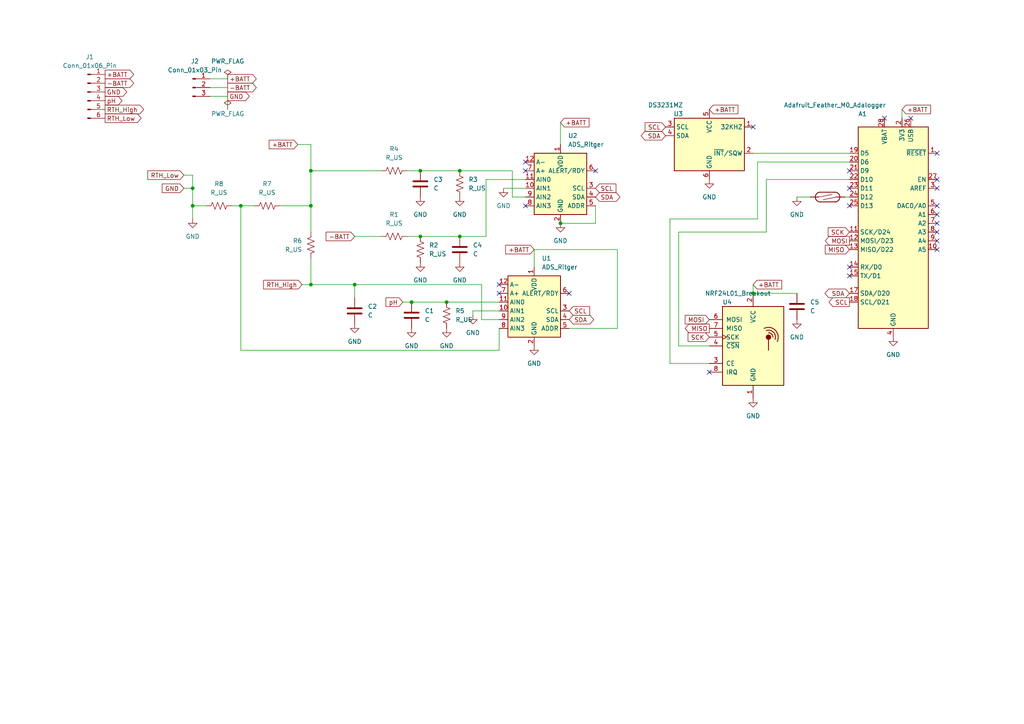
<source format=kicad_sch>
(kicad_sch (version 20230121) (generator eeschema)
  (paper "A4")
  (lib_symbols
    (symbol "Analog_ADC:ADS_Ritger"
      (property "Reference" "U" (at 2.54 13.97 0))
      (property "Value" "ADS_Ritger" (at 7.62 11.43 0))
      (symbol "ADS_Ritger_0_1"
        (rectangle (start -7.62 10.16) (end 7.62 -7.62) (stroke (width 0.254)) (fill (type background)))
      )
      (symbol "ADS_Ritger_1_1"
        (pin power_in line (at 0 12.7 270) (length 2.54) (name "VDD") (number "1"))
        (pin input line (at -10.16 0 0) (length 2.54) (name "AIN1") (number "10"))
        (pin input line (at -10.16 2.54 0) (length 2.54) (name "AIN0") (number "11"))
        (pin input line (at -10.16 7.62 0) (length 2.54) (name "A-") (number "12"))
        (pin power_in line (at 0 -10.16 90) (length 2.54) (name "GND") (number "2"))
        (pin input line (at 10.16 0 180) (length 2.54) (name "SCL") (number "3"))
        (pin bidirectional line (at 10.16 -2.54 180) (length 2.54) (name "SDA") (number "4"))
        (pin input line (at 10.16 -5.08 180) (length 2.54) (name "ADDR") (number "5"))
        (pin output line (at 10.16 5.08 180) (length 2.54) (name "ALERT/RDY") (number "6"))
        (pin input line (at -10.16 5.08 0) (length 2.54) (name "A+") (number "7"))
        (pin input line (at -10.16 -5.08 0) (length 2.54) (name "AIN3") (number "8"))
        (pin input line (at -10.16 -2.54 0) (length 2.54) (name "AIN2") (number "9"))
      )
    )
    (symbol "Connector:Conn_01x03_Pin" (pin_names (offset 1.016) hide)
      (property "Reference" "J" (at 0 5.08 0))
      (property "Value" "Conn_01x03_Pin" (at 0 -5.08 0))
      (symbol "Conn_01x03_Pin_1_1"
        (polyline (pts (xy 1.27 -2.54) (xy 0.8636 -2.54)) (stroke (width 0.1524)))
        (polyline (pts (xy 1.27 0) (xy 0.8636 0)) (stroke (width 0.1524)))
        (polyline (pts (xy 1.27 2.54) (xy 0.8636 2.54)) (stroke (width 0.1524)))
        (rectangle (start 0.8636 -2.413) (end 0 -2.667) (stroke (width 0.1524)) (fill (type outline)))
        (rectangle (start 0.8636 0.127) (end 0 -0.127) (stroke (width 0.1524)) (fill (type outline)))
        (rectangle (start 0.8636 2.667) (end 0 2.413) (stroke (width 0.1524)) (fill (type outline)))
        (pin passive line (at 5.08 2.54 180) (length 3.81) (name "Pin_1") (number "1"))
        (pin passive line (at 5.08 0 180) (length 3.81) (name "Pin_2") (number "2"))
        (pin passive line (at 5.08 -2.54 180) (length 3.81) (name "Pin_3") (number "3"))
      )
    )
    (symbol "Connector:Conn_01x06_Pin" (pin_names (offset 1.016) hide)
      (property "Reference" "J" (at 0 7.62 0))
      (property "Value" "Conn_01x06_Pin" (at 0 -10.16 0))
      (symbol "Conn_01x06_Pin_1_1"
        (polyline (pts (xy 1.27 -7.62) (xy 0.8636 -7.62)) (stroke (width 0.1524)))
        (polyline (pts (xy 1.27 -5.08) (xy 0.8636 -5.08)) (stroke (width 0.1524)))
        (polyline (pts (xy 1.27 -2.54) (xy 0.8636 -2.54)) (stroke (width 0.1524)))
        (polyline (pts (xy 1.27 0) (xy 0.8636 0)) (stroke (width 0.1524)))
        (polyline (pts (xy 1.27 2.54) (xy 0.8636 2.54)) (stroke (width 0.1524)))
        (polyline (pts (xy 1.27 5.08) (xy 0.8636 5.08)) (stroke (width 0.1524)))
        (rectangle (start 0.8636 -7.493) (end 0 -7.747) (stroke (width 0.1524)) (fill (type outline)))
        (rectangle (start 0.8636 -4.953) (end 0 -5.207) (stroke (width 0.1524)) (fill (type outline)))
        (rectangle (start 0.8636 -2.413) (end 0 -2.667) (stroke (width 0.1524)) (fill (type outline)))
        (rectangle (start 0.8636 0.127) (end 0 -0.127) (stroke (width 0.1524)) (fill (type outline)))
        (rectangle (start 0.8636 2.667) (end 0 2.413) (stroke (width 0.1524)) (fill (type outline)))
        (rectangle (start 0.8636 5.207) (end 0 4.953) (stroke (width 0.1524)) (fill (type outline)))
        (pin passive line (at 5.08 5.08 180) (length 3.81) (name "Pin_1") (number "1"))
        (pin passive line (at 5.08 2.54 180) (length 3.81) (name "Pin_2") (number "2"))
        (pin passive line (at 5.08 0 180) (length 3.81) (name "Pin_3") (number "3"))
        (pin passive line (at 5.08 -2.54 180) (length 3.81) (name "Pin_4") (number "4"))
        (pin passive line (at 5.08 -5.08 180) (length 3.81) (name "Pin_5") (number "5"))
        (pin passive line (at 5.08 -7.62 180) (length 3.81) (name "Pin_6") (number "6"))
      )
    )
    (symbol "Device:C" (pin_numbers hide) (pin_names (offset 0.254))
      (property "Reference" "C" (at 0.635 2.54 0))
      (property "Value" "C" (at 0.635 -2.54 0))
      (symbol "C_0_1"
        (polyline (pts (xy -2.032 -0.762) (xy 2.032 -0.762)) (stroke (width 0.508)))
        (polyline (pts (xy -2.032 0.762) (xy 2.032 0.762)) (stroke (width 0.508)))
      )
      (symbol "C_1_1"
        (pin passive line (at 0 3.81 270) (length 2.794) (name "~") (number "1"))
        (pin passive line (at 0 -3.81 90) (length 2.794) (name "~") (number "2"))
      )
    )
    (symbol "Device:R_US" (pin_numbers hide) (pin_names (offset 0))
      (property "Reference" "R" (at 2.54 0 90))
      (property "Value" "R_US" (at -2.54 0 90))
      (symbol "R_US_0_1"
        (polyline (pts (xy 0 -2.286) (xy 0 -2.54)))
        (polyline (pts (xy 0 2.286) (xy 0 2.54)))
        (polyline (pts (xy 0 -0.762) (xy 1.016 -1.143) (xy 0 -1.524) (xy -1.016 -1.905) (xy 0 -2.286)))
        (polyline (pts (xy 0 0.762) (xy 1.016 0.381) (xy 0 0) (xy -1.016 -0.381) (xy 0 -0.762)))
        (polyline (pts (xy 0 2.286) (xy 1.016 1.905) (xy 0 1.524) (xy -1.016 1.143) (xy 0 0.762)))
      )
      (symbol "R_US_1_1"
        (pin passive line (at 0 3.81 270) (length 1.27) (name "~") (number "1"))
        (pin passive line (at 0 -3.81 90) (length 1.27) (name "~") (number "2"))
      )
    )
    (symbol "MCU_Module:Adafruit_Feather_M0_Adalogger"
      (property "Reference" "A" (at -10.16 29.21 0))
      (property "Value" "Adafruit_Feather_M0_Adalogger" (at 2.54 -31.75 0))
      (symbol "Adafruit_Feather_M0_Adalogger_0_1"
        (rectangle (start -10.16 27.94) (end 10.16 -30.48) (stroke (width 0.254)) (fill (type background)))
      )
      (symbol "Adafruit_Feather_M0_Adalogger_1_1"
        (pin input line (at 12.7 20.32 180) (length 2.54) (name "~{RESET}") (number "1"))
        (pin bidirectional line (at 12.7 -7.62 180) (length 2.54) (name "A5") (number "10"))
        (pin bidirectional line (at -12.7 -2.54 0) (length 2.54) (name "SCK/D24") (number "11"))
        (pin bidirectional line (at -12.7 -5.08 0) (length 2.54) (name "MOSI/D23") (number "12"))
        (pin bidirectional line (at -12.7 -7.62 0) (length 2.54) (name "MISO/D22") (number "13"))
        (pin bidirectional line (at -12.7 -12.7 0) (length 2.54) (name "RX/D0") (number "14"))
        (pin bidirectional line (at -12.7 -15.24 0) (length 2.54) (name "TX/D1") (number "15"))
        (pin passive line (at 0 -33.02 90) (length 2.54) hide (name "GND") (number "16"))
        (pin bidirectional line (at -12.7 -20.32 0) (length 2.54) (name "SDA/D20") (number "17"))
        (pin bidirectional line (at -12.7 -22.86 0) (length 2.54) (name "SCL/D21") (number "18"))
        (pin bidirectional line (at -12.7 20.32 0) (length 2.54) (name "D5") (number "19"))
        (pin power_in line (at 2.54 30.48 270) (length 2.54) (name "3V3") (number "2"))
        (pin bidirectional line (at -12.7 17.78 0) (length 2.54) (name "D6") (number "20"))
        (pin bidirectional line (at -12.7 15.24 0) (length 2.54) (name "D9") (number "21"))
        (pin bidirectional line (at -12.7 12.7 0) (length 2.54) (name "D10") (number "22"))
        (pin bidirectional line (at -12.7 10.16 0) (length 2.54) (name "D11") (number "23"))
        (pin bidirectional line (at -12.7 7.62 0) (length 2.54) (name "D12") (number "24"))
        (pin bidirectional line (at -12.7 5.08 0) (length 2.54) (name "D13") (number "25"))
        (pin power_in line (at 5.08 30.48 270) (length 2.54) (name "USB") (number "26"))
        (pin input line (at 12.7 12.7 180) (length 2.54) (name "EN") (number "27"))
        (pin power_in line (at -2.54 30.48 270) (length 2.54) (name "VBAT") (number "28"))
        (pin input line (at 12.7 10.16 180) (length 2.54) (name "AREF") (number "3"))
        (pin power_in line (at 0 -33.02 90) (length 2.54) (name "GND") (number "4"))
        (pin bidirectional line (at 12.7 5.08 180) (length 2.54) (name "DAC0/A0") (number "5"))
        (pin bidirectional line (at 12.7 2.54 180) (length 2.54) (name "A1") (number "6"))
        (pin bidirectional line (at 12.7 0 180) (length 2.54) (name "A2") (number "7"))
        (pin bidirectional line (at 12.7 -2.54 180) (length 2.54) (name "A3") (number "8"))
        (pin bidirectional line (at 12.7 -5.08 180) (length 2.54) (name "A4") (number "9"))
      )
    )
    (symbol "RF:NRF24L01_Breakout" (pin_names (offset 1.016))
      (property "Reference" "U" (at -8.89 12.7 0))
      (property "Value" "NRF24L01_Breakout" (at 3.81 12.7 0))
      (symbol "NRF24L01_Breakout_0_1"
        (rectangle (start -8.89 11.43) (end 8.89 -11.43) (stroke (width 0.254)) (fill (type background)))
        (polyline (pts (xy 4.445 1.905) (xy 4.445 -1.27)) (stroke (width 0.254)))
        (circle (center 4.445 2.54) (radius 0.635) (stroke (width 0.254)) (fill (type outline)))
        (arc (start 5.715 2.54) (mid 5.3521 3.4546) (end 4.445 3.81) (stroke (width 0.254)))
        (arc (start 6.35 1.905) (mid 5.8763 3.9854) (end 3.81 4.445) (stroke (width 0.254)))
        (arc (start 6.985 1.27) (mid 6.453 4.548) (end 3.175 5.08) (stroke (width 0.254)))
      )
      (symbol "NRF24L01_Breakout_1_1"
        (pin power_in line (at 0 -15.24 90) (length 3.81) (name "GND") (number "1"))
        (pin power_in line (at 0 15.24 270) (length 3.81) (name "VCC") (number "2"))
        (pin input line (at -12.7 -5.08 0) (length 3.81) (name "CE") (number "3"))
        (pin input line (at -12.7 0 0) (length 3.81) (name "~{CSN}") (number "4"))
        (pin input clock (at -12.7 2.54 0) (length 3.81) (name "SCK") (number "5"))
        (pin input line (at -12.7 7.62 0) (length 3.81) (name "MOSI") (number "6"))
        (pin output line (at -12.7 5.08 0) (length 3.81) (name "MISO") (number "7"))
        (pin output line (at -12.7 -7.62 0) (length 3.81) (name "IRQ") (number "8"))
      )
    )
    (symbol "Switch:SW_Reed" (pin_numbers hide) (pin_names (offset 0) hide)
      (property "Reference" "SW" (at 0 2.54 0))
      (property "Value" "SW_Reed" (at 0 -2.54 0))
      (symbol "SW_Reed_0_0"
        (arc (start -2.159 1.397) (mid -3.55 0) (end -2.159 -1.397) (stroke (width 0.254)))
        (polyline (pts (xy -2.54 0) (xy 1.27 0.762)))
        (polyline (pts (xy -2.159 -1.397) (xy 2.286 -1.397)) (stroke (width 0.254)))
        (polyline (pts (xy 2.159 1.397) (xy -2.159 1.397)) (stroke (width 0.254)))
        (polyline (pts (xy 2.54 0) (xy -1.27 -0.762)))
        (arc (start 2.159 -1.397) (mid 3.55 0) (end 2.159 1.397) (stroke (width 0.254)))
      )
      (symbol "SW_Reed_1_1"
        (pin passive line (at -5.08 0 0) (length 2.54) (name "1") (number "1"))
        (pin passive line (at 5.08 0 180) (length 2.54) (name "2") (number "2"))
      )
    )
    (symbol "Timer_RTC:DS3231MZ"
      (property "Reference" "U" (at -7.62 8.89 0))
      (property "Value" "DS3231MZ" (at 11.43 8.89 0))
      (symbol "DS3231MZ_0_1"
        (rectangle (start -10.16 7.62) (end 10.16 -7.62) (stroke (width 0.254)) (fill (type background)))
      )
      (symbol "DS3231MZ_1_1"
        (pin open_collector line (at 12.7 5.08 180) (length 2.54) (name "32KHZ") (number "1"))
        (pin open_collector line (at 12.7 -2.54 180) (length 2.54) (name "~{INT}/SQW") (number "2"))
        (pin input line (at -12.7 5.08 0) (length 2.54) (name "SCL") (number "3"))
        (pin bidirectional line (at -12.7 2.54 0) (length 2.54) (name "SDA") (number "4"))
        (pin power_in line (at 0 10.16 270) (length 2.54) (name "VCC") (number "5"))
        (pin power_in line (at 0 -10.16 90) (length 2.54) (name "GND") (number "6"))
      )
    )
    (symbol "power:GND" (power) (pin_names (offset 0))
      (property "Value" "GND" (at 0 -3.81 0))
      (symbol "GND_0_1"
        (polyline (pts (xy 0 0) (xy 0 -1.27) (xy 1.27 -1.27) (xy 0 -2.54) (xy -1.27 -1.27) (xy 0 -1.27)))
      )
      (symbol "GND_1_1"
        (pin power_in line (at 0 0 270) (length 0) hide (name "GND") (number "1"))
      )
    )
    (symbol "power:PWR_FLAG" (power) (pin_numbers hide) (pin_names (offset 0) hide)
      (property "Value" "PWR_FLAG" (at 0 3.81 0))
      (symbol "PWR_FLAG_0_0"
        (pin power_out line (at 0 0 90) (length 0) (name "pwr") (number "1"))
      )
      (symbol "PWR_FLAG_0_1"
        (polyline (pts (xy 0 0) (xy 0 1.27) (xy -1.016 1.905) (xy 0 2.54) (xy 1.016 1.905) (xy 0 1.27)))
      )
    )
  )
  (junction (at 102.87 82.55))
  (junction (at 121.92 68.58))
  (junction (at 55.88 59.69))
  (junction (at 55.88 54.61))
  (junction (at 90.17 82.55))
  (junction (at 119.38 87.63))
  (junction (at 69.85 59.69))
  (junction (at 133.35 49.53))
  (junction (at 133.35 68.58))
  (junction (at 90.17 59.69))
  (junction (at 162.56 64.77))
  (junction (at 129.54 87.63))
  (junction (at 90.17 49.53))
  (junction (at 121.92 49.53))
  (junction (at 218.44 85.09))
  (no_connect (at 165.1 85.09))
  (no_connect (at 271.78 52.07))
  (no_connect (at 144.78 82.55))
  (no_connect (at 205.74 107.95))
  (no_connect (at 246.38 54.61))
  (no_connect (at 271.78 59.69))
  (no_connect (at 152.4 59.69))
  (no_connect (at 152.4 46.99))
  (no_connect (at 264.16 34.29))
  (no_connect (at 271.78 54.61))
  (no_connect (at 218.44 36.83))
  (no_connect (at 271.78 44.45))
  (no_connect (at 271.78 62.23))
  (no_connect (at 271.78 72.39))
  (no_connect (at 246.38 80.01))
  (no_connect (at 271.78 69.85))
  (no_connect (at 172.72 49.53))
  (no_connect (at 152.4 49.53))
  (no_connect (at 246.38 77.47))
  (no_connect (at 246.38 49.53))
  (no_connect (at 271.78 67.31))
  (no_connect (at 271.78 64.77))
  (no_connect (at 256.54 34.29))
  (no_connect (at 246.38 59.69))
  (no_connect (at 144.78 85.09))
  (wire (pts (xy 219.71 46.99) (xy 219.71 63.5)))
  (wire (pts (xy 162.56 64.77) (xy 172.72 64.77)))
  (wire (pts (xy 116.84 87.63) (xy 119.38 87.63)))
  (wire (pts (xy 69.85 59.69) (xy 73.66 59.69)))
  (wire (pts (xy 55.88 50.8) (xy 55.88 54.61)))
  (wire (pts (xy 121.92 49.53) (xy 133.35 49.53)))
  (wire (pts (xy 90.17 41.91) (xy 90.17 49.53)))
  (wire (pts (xy 219.71 46.99) (xy 246.38 46.99)))
  (wire (pts (xy 90.17 59.69) (xy 90.17 49.53)))
  (wire (pts (xy 179.07 95.25) (xy 165.1 95.25)))
  (wire (pts (xy 66.04 27.94) (xy 60.96 27.94)))
  (wire (pts (xy 218.44 85.09) (xy 231.14 85.09)))
  (wire (pts (xy 139.7 92.71) (xy 139.7 82.55)))
  (wire (pts (xy 53.34 50.8) (xy 55.88 50.8)))
  (wire (pts (xy 66.04 27.94) (xy 66.04 31.75)))
  (wire (pts (xy 218.44 82.55) (xy 218.44 85.09)))
  (wire (pts (xy 67.31 59.69) (xy 69.85 59.69)))
  (wire (pts (xy 137.16 90.17) (xy 144.78 90.17)))
  (wire (pts (xy 140.97 52.07) (xy 152.4 52.07)))
  (wire (pts (xy 246.38 44.45) (xy 218.44 44.45)))
  (wire (pts (xy 148.59 49.53) (xy 148.59 57.15)))
  (wire (pts (xy 137.16 90.17) (xy 137.16 91.44)))
  (wire (pts (xy 86.36 41.91) (xy 90.17 41.91)))
  (wire (pts (xy 194.31 63.5) (xy 194.31 105.41)))
  (wire (pts (xy 55.88 59.69) (xy 59.69 59.69)))
  (wire (pts (xy 179.07 95.25) (xy 179.07 72.39)))
  (wire (pts (xy 118.11 49.53) (xy 121.92 49.53)))
  (wire (pts (xy 102.87 82.55) (xy 102.87 86.36)))
  (wire (pts (xy 148.59 57.15) (xy 152.4 57.15)))
  (wire (pts (xy 55.88 63.5) (xy 55.88 59.69)))
  (wire (pts (xy 66.04 22.86) (xy 60.96 22.86)))
  (wire (pts (xy 146.05 54.61) (xy 152.4 54.61)))
  (wire (pts (xy 139.7 92.71) (xy 144.78 92.71)))
  (wire (pts (xy 144.78 101.6) (xy 144.78 95.25)))
  (wire (pts (xy 144.78 101.6) (xy 69.85 101.6)))
  (wire (pts (xy 222.25 67.31) (xy 196.85 67.31)))
  (wire (pts (xy 119.38 87.63) (xy 129.54 87.63)))
  (wire (pts (xy 133.35 68.58) (xy 140.97 68.58)))
  (wire (pts (xy 55.88 54.61) (xy 55.88 59.69)))
  (wire (pts (xy 154.94 72.39) (xy 154.94 77.47)))
  (wire (pts (xy 196.85 100.33) (xy 205.74 100.33)))
  (wire (pts (xy 90.17 74.93) (xy 90.17 82.55)))
  (wire (pts (xy 90.17 49.53) (xy 110.49 49.53)))
  (wire (pts (xy 69.85 59.69) (xy 69.85 101.6)))
  (wire (pts (xy 172.72 59.69) (xy 172.72 64.77)))
  (wire (pts (xy 102.87 68.58) (xy 110.49 68.58)))
  (wire (pts (xy 90.17 67.31) (xy 90.17 59.69)))
  (wire (pts (xy 231.14 57.15) (xy 234.95 57.15)))
  (wire (pts (xy 121.92 68.58) (xy 133.35 68.58)))
  (wire (pts (xy 245.11 57.15) (xy 246.38 57.15)))
  (wire (pts (xy 162.56 35.56) (xy 162.56 41.91)))
  (wire (pts (xy 219.71 63.5) (xy 194.31 63.5)))
  (wire (pts (xy 129.54 87.63) (xy 144.78 87.63)))
  (wire (pts (xy 261.62 31.75) (xy 261.62 34.29)))
  (wire (pts (xy 222.25 52.07) (xy 222.25 67.31)))
  (wire (pts (xy 246.38 52.07) (xy 222.25 52.07)))
  (wire (pts (xy 53.34 54.61) (xy 55.88 54.61)))
  (wire (pts (xy 196.85 67.31) (xy 196.85 100.33)))
  (wire (pts (xy 60.96 25.4) (xy 66.04 25.4)))
  (wire (pts (xy 179.07 72.39) (xy 154.94 72.39)))
  (wire (pts (xy 102.87 82.55) (xy 139.7 82.55)))
  (wire (pts (xy 81.28 59.69) (xy 90.17 59.69)))
  (wire (pts (xy 118.11 68.58) (xy 121.92 68.58)))
  (wire (pts (xy 194.31 105.41) (xy 205.74 105.41)))
  (wire (pts (xy 133.35 49.53) (xy 148.59 49.53)))
  (wire (pts (xy 87.63 82.55) (xy 90.17 82.55)))
  (wire (pts (xy 90.17 82.55) (xy 102.87 82.55)))
  (wire (pts (xy 140.97 68.58) (xy 140.97 52.07)))
  (global_label "SDA" (shape bidirectional) (at 246.38 85.09 180) (property "Intersheetrefs" "${INTERSHEET_REFS}" (effects hide)))
  (global_label "SCK" (shape input) (at 246.38 67.31 180) (property "Intersheetrefs" "${INTERSHEET_REFS}" (effects hide)))
  (global_label "+BATT" (shape input) (at 218.44 82.55 0) (property "Intersheetrefs" "${INTERSHEET_REFS}" (effects hide)))
  (global_label "-BATT" (shape output) (at 66.04 25.4 0) (property "Intersheetrefs" "${INTERSHEET_REFS}" (effects hide)))
  (global_label "RTH_Low" (shape input) (at 53.34 50.8 180) (property "Intersheetrefs" "${INTERSHEET_REFS}" (effects hide)))
  (global_label "+BATT" (shape output) (at 66.04 22.86 0) (property "Intersheetrefs" "${INTERSHEET_REFS}" (effects hide)))
  (global_label "SCL" (shape input) (at 193.04 36.83 180) (property "Intersheetrefs" "${INTERSHEET_REFS}" (effects hide)))
  (global_label "-BATT" (shape output) (at 30.48 24.13 0) (property "Intersheetrefs" "${INTERSHEET_REFS}" (effects hide)))
  (global_label "MISO" (shape output) (at 205.74 95.25 180) (property "Intersheetrefs" "${INTERSHEET_REFS}" (effects hide)))
  (global_label "+BATT" (shape input) (at 261.62 31.75 0) (property "Intersheetrefs" "${INTERSHEET_REFS}" (effects hide)))
  (global_label "+BATT" (shape input) (at 154.94 72.39 180) (property "Intersheetrefs" "${INTERSHEET_REFS}" (effects hide)))
  (global_label "-BATT" (shape input) (at 102.87 68.58 180) (property "Intersheetrefs" "${INTERSHEET_REFS}" (effects hide)))
  (global_label "MOSI" (shape output) (at 246.38 69.85 180) (property "Intersheetrefs" "${INTERSHEET_REFS}" (effects hide)))
  (global_label "SCL" (shape input) (at 172.72 54.61 0) (property "Intersheetrefs" "${INTERSHEET_REFS}" (effects hide)))
  (global_label "SCL" (shape output) (at 246.38 87.63 180) (property "Intersheetrefs" "${INTERSHEET_REFS}" (effects hide)))
  (global_label "SDA" (shape bidirectional) (at 172.72 57.15 0) (property "Intersheetrefs" "${INTERSHEET_REFS}" (effects hide)))
  (global_label "SCK" (shape input) (at 205.74 97.79 180) (property "Intersheetrefs" "${INTERSHEET_REFS}" (effects hide)))
  (global_label "pH" (shape output) (at 30.48 29.21 0) (property "Intersheetrefs" "${INTERSHEET_REFS}" (effects hide)))
  (global_label "RTH_High" (shape input) (at 87.63 82.55 180) (property "Intersheetrefs" "${INTERSHEET_REFS}" (effects hide)))
  (global_label "+BATT" (shape input) (at 205.74 31.75 0) (property "Intersheetrefs" "${INTERSHEET_REFS}" (effects hide)))
  (global_label "GND" (shape input) (at 53.34 54.61 180) (property "Intersheetrefs" "${INTERSHEET_REFS}" (effects hide)))
  (global_label "SCL" (shape input) (at 165.1 90.17 0) (property "Intersheetrefs" "${INTERSHEET_REFS}" (effects hide)))
  (global_label "GND" (shape output) (at 30.48 26.67 0) (property "Intersheetrefs" "${INTERSHEET_REFS}" (effects hide)))
  (global_label "RTH_High" (shape output) (at 30.48 31.75 0) (property "Intersheetrefs" "${INTERSHEET_REFS}" (effects hide)))
  (global_label "SDA" (shape bidirectional) (at 193.04 39.37 180) (property "Intersheetrefs" "${INTERSHEET_REFS}" (effects hide)))
  (global_label "GND" (shape output) (at 66.04 27.94 0) (property "Intersheetrefs" "${INTERSHEET_REFS}" (effects hide)))
  (global_label "+BATT" (shape input) (at 86.36 41.91 180) (property "Intersheetrefs" "${INTERSHEET_REFS}" (effects hide)))
  (global_label "MOSI" (shape input) (at 205.74 92.71 180) (property "Intersheetrefs" "${INTERSHEET_REFS}" (effects hide)))
  (global_label "+BATT" (shape output) (at 30.48 21.59 0) (property "Intersheetrefs" "${INTERSHEET_REFS}" (effects hide)))
  (global_label "+BATT" (shape input) (at 162.56 35.56 0) (property "Intersheetrefs" "${INTERSHEET_REFS}" (effects hide)))
  (global_label "MISO" (shape input) (at 246.38 72.39 180) (property "Intersheetrefs" "${INTERSHEET_REFS}" (effects hide)))
  (global_label "pH" (shape input) (at 116.84 87.63 180) (property "Intersheetrefs" "${INTERSHEET_REFS}" (effects hide)))
  (global_label "RTH_Low" (shape output) (at 30.48 34.29 0) (property "Intersheetrefs" "${INTERSHEET_REFS}" (effects hide)))
  (global_label "SDA" (shape bidirectional) (at 165.1 92.71 0) (property "Intersheetrefs" "${INTERSHEET_REFS}" (effects hide)))
  (symbol (lib_id "Timer_RTC:DS3231MZ") (at 205.74 41.91 0) (unit 1)
    (property "Reference" "U3" (at 198.12 33.02 0) (effects (justify right)))
    (property "Value" "DS3231MZ" (at 198.12 30.48 0) (effects (justify right)))
    (property "Footprint" "Library:DS3231RTC_amelia" (effects hide))
    (property "Datasheet" "http://datasheets.maximintegrated.com/en/ds/DS3231M.pdf" (effects hide))
  )
  (symbol (lib_id "power:GND") (at 129.54 95.25 0) (unit 1)
    (property "Reference" "#PWR08" (effects hide))
    (property "Value" "GND" (at 129.54 100.33 0))
  )
  (symbol (lib_id "Device:R_US") (at 129.54 91.44 0) (unit 1)
    (property "Reference" "R5" (at 132.08 90.17 0) (effects (justify left)))
    (property "Value" "R_US" (at 132.08 92.71 0) (effects (justify left)))
    (property "Footprint" "Resistor_SMD:R_0603_1608Metric_Pad0.98x0.95mm_HandSolder" (effects hide))
  )
  (symbol (lib_id "Analog_ADC:ADS_Ritger") (at 154.94 90.17 0) (unit 1)
    (property "Reference" "U1" (at 157.1341 74.93 0) (effects (justify left)))
    (property "Value" "ADS_Ritger" (at 157.1341 77.47 0) (effects (justify left)))
    (property "Footprint" "Library:ADC_amelia_nomount" (effects hide))
    (property "Datasheet" "http://www.ti.com/lit/ds/symlink/ads1015.pdf" (effects hide))
  )
  (symbol (lib_id "Device:C") (at 119.38 91.44 0) (unit 1)
    (property "Reference" "C1" (at 123.19 90.17 0) (effects (justify left)))
    (property "Value" "C" (at 123.19 92.71 0) (effects (justify left)))
    (property "Footprint" "Capacitor_SMD:C_1206_3216Metric_Pad1.33x1.80mm_HandSolder" (effects hide))
  )
  (symbol (lib_id "power:GND") (at 119.38 95.25 0) (unit 1)
    (property "Reference" "#PWR09" (effects hide))
    (property "Value" "GND" (at 119.38 100.33 0))
  )
  (symbol (lib_id "Device:C") (at 231.14 88.9 0) (unit 1)
    (property "Reference" "C5" (at 234.95 87.63 0) (effects (justify left)))
    (property "Value" "C" (at 234.95 90.17 0) (effects (justify left)))
    (property "Footprint" "Capacitor_SMD:C_1206_3216Metric_Pad1.33x1.80mm_HandSolder" (effects hide))
  )
  (symbol (lib_id "MCU_Module:Adafruit_Feather_M0_Adalogger") (at 259.08 64.77 0) (unit 1)
    (property "Reference" "A1" (at 248.92 33.02 0) (effects (justify left)))
    (property "Value" "Adafruit_Feather_M0_Adalogger" (at 227.33 30.48 0) (effects (justify left)))
    (property "Footprint" "Library:Adalogger_amelia_nomount" (effects hide))
    (property "Datasheet" "https://cdn-learn.adafruit.com/downloads/pdf/adafruit-feather-m0-adalogger.pdf" (effects hide))
  )
  (symbol (lib_id "Analog_ADC:ADS_Ritger") (at 162.56 54.61 0) (unit 1)
    (property "Reference" "U2" (at 164.7541 39.37 0) (effects (justify left)))
    (property "Value" "ADS_Ritger" (at 164.7541 41.91 0) (effects (justify left)))
    (property "Footprint" "Library:ADC_amelia_nomount" (effects hide))
    (property "Datasheet" "http://www.ti.com/lit/ds/symlink/ads1015.pdf" (effects hide))
  )
  (symbol (lib_id "power:GND") (at 121.92 57.15 0) (unit 1)
    (property "Reference" "#PWR03" (effects hide))
    (property "Value" "GND" (at 121.92 62.23 0))
  )
  (symbol (lib_id "power:GND") (at 162.56 64.77 0) (unit 1)
    (property "Reference" "#PWR015" (effects hide))
    (property "Value" "GND" (at 162.56 69.85 0))
  )
  (symbol (lib_id "power:GND") (at 146.05 54.61 0) (unit 1)
    (property "Reference" "#PWR016" (effects hide))
    (property "Value" "GND" (at 146.05 59.69 0))
  )
  (symbol (lib_id "Device:R_US") (at 133.35 53.34 0) (unit 1)
    (property "Reference" "R3" (at 135.89 52.07 0) (effects (justify left)))
    (property "Value" "R_US" (at 135.89 54.61 0) (effects (justify left)))
    (property "Footprint" "Resistor_SMD:R_0603_1608Metric_Pad0.98x0.95mm_HandSolder" (effects hide))
  )
  (symbol (lib_id "Device:R_US") (at 121.92 72.39 0) (unit 1)
    (property "Reference" "R2" (at 124.46 71.12 0) (effects (justify left)))
    (property "Value" "R_US" (at 124.46 73.66 0) (effects (justify left)))
    (property "Footprint" "Resistor_SMD:R_0603_1608Metric_Pad0.98x0.95mm_HandSolder" (effects hide))
  )
  (symbol (lib_id "power:GND") (at 231.14 92.71 0) (unit 1)
    (property "Reference" "#PWR02" (effects hide))
    (property "Value" "GND" (at 231.14 97.79 0))
  )
  (symbol (lib_id "power:GND") (at 102.87 93.98 0) (unit 1)
    (property "Reference" "#PWR010" (effects hide))
    (property "Value" "GND" (at 102.87 99.06 0))
  )
  (symbol (lib_id "power:GND") (at 133.35 76.2 0) (unit 1)
    (property "Reference" "#PWR06" (effects hide))
    (property "Value" "GND" (at 133.35 81.28 0))
  )
  (symbol (lib_id "Device:C") (at 102.87 90.17 0) (unit 1)
    (property "Reference" "C2" (at 106.68 88.9 0) (effects (justify left)))
    (property "Value" "C" (at 106.68 91.44 0) (effects (justify left)))
    (property "Footprint" "Capacitor_SMD:C_1206_3216Metric_Pad1.33x1.80mm_HandSolder" (effects hide))
  )
  (symbol (lib_id "Switch:SW_Reed") (at 240.03 57.15 0) (unit 1)
    (property "Reference" "SW1" (effects hide))
    (property "Value" "SW_Reed" (effects hide))
    (property "Footprint" "Library:REED_amelia" (effects hide))
  )
  (symbol (lib_id "power:PWR_FLAG") (at 66.04 22.86 0) (unit 1)
    (property "Reference" "#FLG01" (effects hide))
    (property "Value" "PWR_FLAG" (at 66.04 17.78 0))
  )
  (symbol (lib_id "power:GND") (at 154.94 100.33 0) (unit 1)
    (property "Reference" "#PWR013" (effects hide))
    (property "Value" "GND" (at 154.94 105.41 0))
  )
  (symbol (lib_id "Connector:Conn_01x03_Pin") (at 55.88 25.4 0) (unit 1)
    (property "Reference" "J2" (at 56.515 17.78 0))
    (property "Value" "Conn_01x03_Pin" (at 56.515 20.32 0))
    (property "Footprint" "Connector_PinSocket_2.54mm:PinSocket_1x03_P2.54mm_Horizontal" (effects hide))
  )
  (symbol (lib_id "Device:R_US") (at 63.5 59.69 90) (unit 1)
    (property "Reference" "R8" (at 63.5 53.34 90))
    (property "Value" "R_US" (at 63.5 55.88 90))
    (property "Footprint" "Resistor_SMD:R_0603_1608Metric_Pad0.98x0.95mm_HandSolder" (effects hide))
  )
  (symbol (lib_id "Device:R_US") (at 114.3 49.53 90) (unit 1)
    (property "Reference" "R4" (at 114.3 43.18 90))
    (property "Value" "R_US" (at 114.3 45.72 90))
    (property "Footprint" "Resistor_SMD:R_0603_1608Metric_Pad0.98x0.95mm_HandSolder" (effects hide))
  )
  (symbol (lib_id "Device:C") (at 121.92 53.34 0) (unit 1)
    (property "Reference" "C3" (at 125.73 52.07 0) (effects (justify left)))
    (property "Value" "C" (at 125.73 54.61 0) (effects (justify left)))
    (property "Footprint" "Capacitor_SMD:C_1206_3216Metric_Pad1.33x1.80mm_HandSolder" (effects hide))
  )
  (symbol (lib_id "power:PWR_FLAG") (at 66.04 31.75 0) (unit 1)
    (property "Reference" "#FLG02" (effects hide))
    (property "Value" "PWR_FLAG" (at 66.04 33.02 0))
  )
  (symbol (lib_id "Device:C") (at 133.35 72.39 0) (unit 1)
    (property "Reference" "C4" (at 137.16 71.12 0) (effects (justify left)))
    (property "Value" "C" (at 137.16 73.66 0) (effects (justify left)))
    (property "Footprint" "Capacitor_SMD:C_1206_3216Metric_Pad1.33x1.80mm_HandSolder" (effects hide))
  )
  (symbol (lib_id "power:GND") (at 137.16 91.44 0) (unit 1)
    (property "Reference" "#PWR014" (effects hide))
    (property "Value" "GND" (at 137.16 96.52 0))
  )
  (symbol (lib_id "power:GND") (at 218.44 115.57 0) (unit 1)
    (property "Reference" "#PWR023" (effects hide))
    (property "Value" "GND" (at 218.44 120.65 0))
  )
  (symbol (lib_id "Device:R_US") (at 90.17 71.12 0) (mirror y) (unit 1)
    (property "Reference" "R6" (at 87.63 69.85 0) (effects (justify left)))
    (property "Value" "R_US" (at 87.63 72.39 0) (effects (justify left)))
    (property "Footprint" "Resistor_SMD:R_0603_1608Metric_Pad0.98x0.95mm_HandSolder" (effects hide))
  )
  (symbol (lib_id "power:GND") (at 259.08 97.79 0) (unit 1)
    (property "Reference" "#PWR01" (effects hide))
    (property "Value" "GND" (at 259.08 102.87 0))
  )
  (symbol (lib_id "power:GND") (at 55.88 63.5 0) (unit 1)
    (property "Reference" "#PWR07" (effects hide))
    (property "Value" "GND" (at 55.88 68.58 0))
  )
  (symbol (lib_id "RF:NRF24L01_Breakout") (at 218.44 100.33 0) (unit 1)
    (property "Reference" "U4" (at 209.55 87.63 0) (effects (justify left)))
    (property "Value" "NRF24L01_Breakout" (at 204.47 85.09 0) (effects (justify left)))
    (property "Footprint" "Library:NRF24L01Module" (effects hide))
    (property "Datasheet" "http://www.nordicsemi.com/eng/content/download/2730/34105/file/nRF24L01_Product_Specification_v2_0.pdf" (effects hide))
  )
  (symbol (lib_id "Device:R_US") (at 114.3 68.58 90) (unit 1)
    (property "Reference" "R1" (at 114.3 62.23 90))
    (property "Value" "R_US" (at 114.3 64.77 90))
    (property "Footprint" "Resistor_SMD:R_0603_1608Metric_Pad0.98x0.95mm_HandSolder" (effects hide))
  )
  (symbol (lib_id "power:GND") (at 121.92 76.2 0) (unit 1)
    (property "Reference" "#PWR05" (effects hide))
    (property "Value" "GND" (at 121.92 81.28 0))
  )
  (symbol (lib_id "Device:R_US") (at 77.47 59.69 90) (unit 1)
    (property "Reference" "R7" (at 77.47 53.34 90))
    (property "Value" "R_US" (at 77.47 55.88 90))
    (property "Footprint" "Resistor_SMD:R_0603_1608Metric_Pad0.98x0.95mm_HandSolder" (effects hide))
  )
  (symbol (lib_id "power:GND") (at 133.35 57.15 0) (unit 1)
    (property "Reference" "#PWR04" (effects hide))
    (property "Value" "GND" (at 133.35 62.23 0))
  )
  (symbol (lib_id "Connector:Conn_01x06_Pin") (at 25.4 26.67 0) (unit 1)
    (property "Reference" "J1" (at 26.035 16.51 0))
    (property "Value" "Conn_01x06_Pin" (at 26.035 19.05 0))
    (property "Footprint" "Connector_PinSocket_2.54mm:PinSocket_1x06_P2.54mm_Horizontal" (effects hide))
  )
  (symbol (lib_id "power:GND") (at 205.74 52.07 0) (unit 1)
    (property "Reference" "#PWR024" (effects hide))
    (property "Value" "GND" (at 205.74 57.15 0))
  )
  (symbol (lib_id "power:GND") (at 231.14 57.15 0) (unit 1)
    (property "Reference" "#PWR025" (effects hide))
    (property "Value" "GND" (at 231.14 62.23 0))
  )
)
</source>
